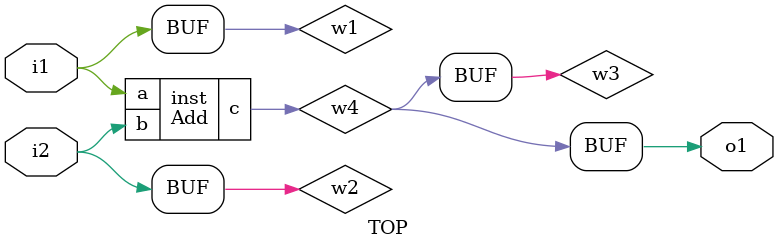
<source format=v>
module Add(a, b, c);
  input a;
  input b;
  output c;
  assign c = a+b;
endmodule

module TOP (i1, i2, o1);
  input i1, i2;
  output o1;
  wire w1, w2, w3, w4;
  assign w1 = i1;
  assign w2 = i2;
  assign w3 = w4;
  assign o1 = w3;
  Add inst(w1, w2, w4);
endmodule

</source>
